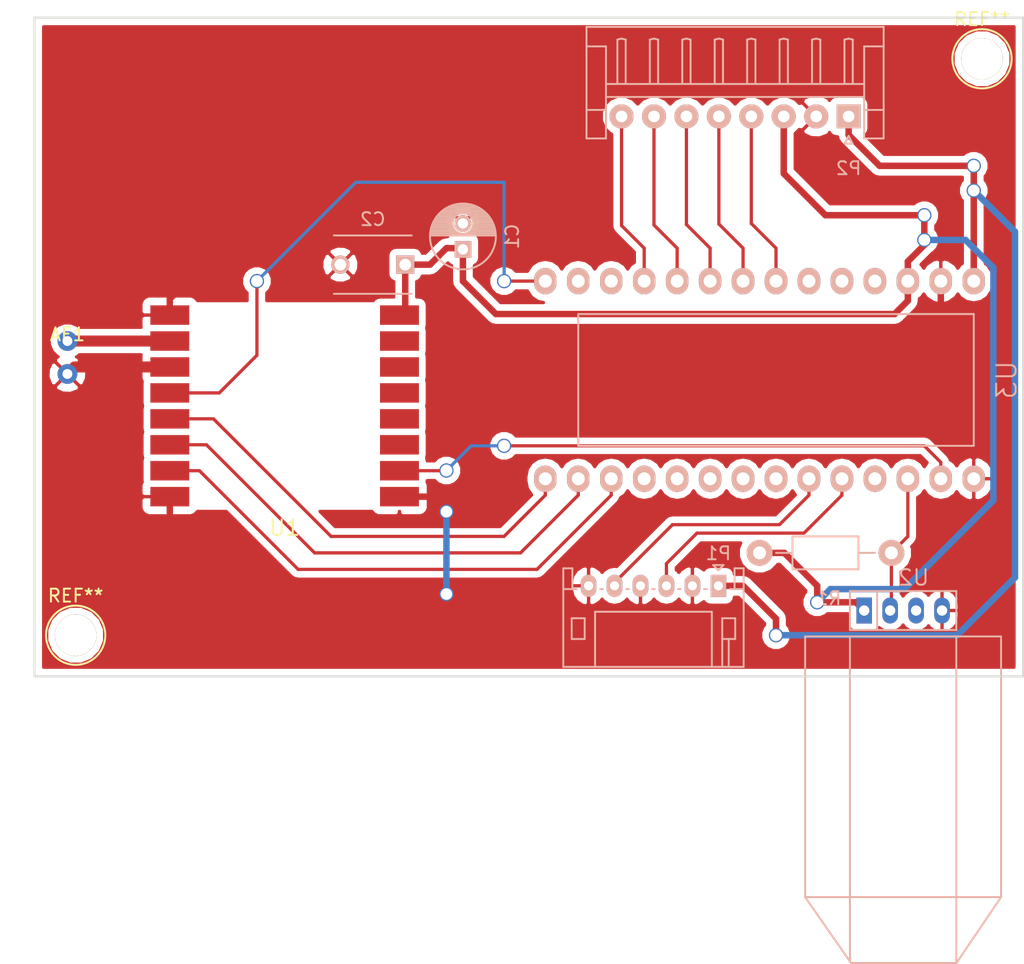
<source format=kicad_pcb>
(kicad_pcb (version 4) (host pcbnew 4.0.3-stable)

  (general
    (links 36)
    (no_connects 0)
    (area 22.468571 23.717 102.005 98.773001)
    (thickness 1.6)
    (drawings 4)
    (tracks 123)
    (zones 0)
    (modules 11)
    (nets 18)
  )

  (page A4)
  (layers
    (0 F.Cu signal)
    (31 B.Cu signal)
    (32 B.Adhes user)
    (33 F.Adhes user)
    (34 B.Paste user)
    (35 F.Paste user)
    (36 B.SilkS user)
    (37 F.SilkS user)
    (38 B.Mask user)
    (39 F.Mask user)
    (40 Dwgs.User user)
    (41 Cmts.User user)
    (42 Eco1.User user)
    (43 Eco2.User user)
    (44 Edge.Cuts user)
    (45 Margin user)
    (46 B.CrtYd user)
    (47 F.CrtYd user)
    (48 B.Fab user)
    (49 F.Fab user)
  )

  (setup
    (last_trace_width 0.25)
    (trace_clearance 0.4)
    (zone_clearance 0.508)
    (zone_45_only yes)
    (trace_min 0.2)
    (segment_width 0.2)
    (edge_width 0.15)
    (via_size 1.1)
    (via_drill 0.9)
    (via_min_size 0.4)
    (via_min_drill 0.3)
    (uvia_size 0.3)
    (uvia_drill 0.1)
    (uvias_allowed no)
    (uvia_min_size 0.2)
    (uvia_min_drill 0.1)
    (pcb_text_width 0.3)
    (pcb_text_size 1.5 1.5)
    (mod_edge_width 0.15)
    (mod_text_size 1 1)
    (mod_text_width 0.15)
    (pad_size 3.2 3.2)
    (pad_drill 3.175)
    (pad_to_mask_clearance 0.2)
    (aux_axis_origin 0 0)
    (visible_elements FFFFFF7F)
    (pcbplotparams
      (layerselection 0x00030_80000001)
      (usegerberextensions false)
      (excludeedgelayer true)
      (linewidth 0.100000)
      (plotframeref false)
      (viasonmask false)
      (mode 1)
      (useauxorigin false)
      (hpglpennumber 1)
      (hpglpenspeed 20)
      (hpglpendiameter 15)
      (hpglpenoverlay 2)
      (psnegative false)
      (psa4output false)
      (plotreference true)
      (plotvalue true)
      (plotinvisibletext false)
      (padsonsilk false)
      (subtractmaskfromsilk false)
      (outputformat 1)
      (mirror false)
      (drillshape 0)
      (scaleselection 1)
      (outputdirectory fab_outputs.nogit/))
  )

  (net 0 "")
  (net 1 +3V3)
  (net 2 GND)
  (net 3 "Net-(R1-Pad2)")
  (net 4 "Net-(U1-Pad2)")
  (net 5 "Net-(U1-Pad12)")
  (net 6 "Net-(U1-Pad13)")
  (net 7 "Net-(U1-Pad14)")
  (net 8 "Net-(U1-Pad15)")
  (net 9 "Net-(AE1-Pad1)")
  (net 10 +5V)
  (net 11 "Net-(P1-Pad3)")
  (net 12 "Net-(P1-Pad5)")
  (net 13 "Net-(P2-Pad4)")
  (net 14 "Net-(P2-Pad5)")
  (net 15 "Net-(P2-Pad6)")
  (net 16 "Net-(P2-Pad7)")
  (net 17 "Net-(P2-Pad8)")

  (net_class Default "This is the default net class."
    (clearance 0.4)
    (trace_width 0.25)
    (via_dia 1.1)
    (via_drill 0.9)
    (uvia_dia 0.3)
    (uvia_drill 0.1)
    (add_net "Net-(P1-Pad3)")
    (add_net "Net-(P1-Pad5)")
    (add_net "Net-(P2-Pad4)")
    (add_net "Net-(P2-Pad5)")
    (add_net "Net-(P2-Pad6)")
    (add_net "Net-(P2-Pad7)")
    (add_net "Net-(P2-Pad8)")
    (add_net "Net-(R1-Pad2)")
    (add_net "Net-(U1-Pad12)")
    (add_net "Net-(U1-Pad13)")
    (add_net "Net-(U1-Pad14)")
    (add_net "Net-(U1-Pad15)")
    (add_net "Net-(U1-Pad2)")
  )

  (net_class 3.3v ""
    (clearance 0.2)
    (trace_width 0.5)
    (via_dia 1.1)
    (via_drill 0.9)
    (uvia_dia 0.3)
    (uvia_drill 0.1)
    (add_net +3V3)
  )

  (net_class 5v ""
    (clearance 0.4)
    (trace_width 0.5)
    (via_dia 1.1)
    (via_drill 0.9)
    (uvia_dia 0.3)
    (uvia_drill 0.1)
    (add_net +5V)
  )

  (net_class ant ""
    (clearance 0.4)
    (trace_width 0.85)
    (via_dia 1.1)
    (via_drill 0.9)
    (uvia_dia 0.3)
    (uvia_drill 0.1)
    (add_net "Net-(AE1-Pad1)")
  )

  (net_class gnd ""
    (clearance 0.2)
    (trace_width 0.5)
    (via_dia 1.1)
    (via_drill 0.9)
    (uvia_dia 0.3)
    (uvia_drill 0.1)
    (add_net GND)
  )

  (module Connect:1pin (layer F.Cu) (tedit 57CB01C0) (tstamp 57CB06AA)
    (at 28.575 73.025)
    (descr "module 1 pin (ou trou mecanique de percage)")
    (tags DEV)
    (fp_text reference REF** (at 0 -3.048) (layer F.SilkS)
      (effects (font (size 1 1) (thickness 0.15)))
    )
    (fp_text value 1pin (at 0 2.794) (layer F.Fab)
      (effects (font (size 1 1) (thickness 0.15)))
    )
    (fp_circle (center 0 0) (end 0 -2.286) (layer F.SilkS) (width 0.15))
    (pad 1 thru_hole circle (at 0 0) (size 3.2 3.2) (drill 3.175) (layers *.Cu *.Mask F.SilkS))
  )

  (module t_footprints:ant_915_dipole_conn (layer F.Cu) (tedit 57CA244E) (tstamp 57CA2D0B)
    (at 27.94 52.88)
    (descr "module 1 pin (ou trou mecanique de percage)")
    (tags DEV)
    (path /57CA267D)
    (fp_text reference AE1 (at 0 -3.048) (layer F.SilkS)
      (effects (font (size 1 1) (thickness 0.15)))
    )
    (fp_text value ANTENNA_915 (at 0 2.794) (layer F.Fab)
      (effects (font (size 1 1) (thickness 0.15)))
    )
    (pad 1 thru_hole circle (at 0 -2.54) (size 1.524 1.524) (drill 0.762) (layers *.Cu *.Mask)
      (net 9 "Net-(AE1-Pad1)"))
    (pad 2 thru_hole circle (at 0 0) (size 1.524 1.524) (drill 0.762) (layers *.Cu *.Mask)
      (net 2 GND))
  )

  (module t_footprints:C_Radial_D5_L12.5_P2 (layer B.Cu) (tedit 0) (tstamp 57CA2D32)
    (at 58.42 43.275 90)
    (descr "Radial Electrolytic Capacitor 5mm x Length 12.5mm, Pitch 2mm")
    (tags "Electrolytic Capacitor")
    (path /57B74E8C)
    (fp_text reference C1 (at 1 3.8 90) (layer B.SilkS)
      (effects (font (size 1 1) (thickness 0.15)) (justify mirror))
    )
    (fp_text value 10uF/16V (at 1 -3.8 90) (layer B.Fab)
      (effects (font (size 1 1) (thickness 0.15)) (justify mirror))
    )
    (fp_line (start 1.075 2.499) (end 1.075 -2.499) (layer B.SilkS) (width 0.15))
    (fp_line (start 1.215 2.491) (end 1.215 0.154) (layer B.SilkS) (width 0.15))
    (fp_line (start 1.215 -0.154) (end 1.215 -2.491) (layer B.SilkS) (width 0.15))
    (fp_line (start 1.355 2.475) (end 1.355 0.473) (layer B.SilkS) (width 0.15))
    (fp_line (start 1.355 -0.473) (end 1.355 -2.475) (layer B.SilkS) (width 0.15))
    (fp_line (start 1.495 2.451) (end 1.495 0.62) (layer B.SilkS) (width 0.15))
    (fp_line (start 1.495 -0.62) (end 1.495 -2.451) (layer B.SilkS) (width 0.15))
    (fp_line (start 1.635 2.418) (end 1.635 0.712) (layer B.SilkS) (width 0.15))
    (fp_line (start 1.635 -0.712) (end 1.635 -2.418) (layer B.SilkS) (width 0.15))
    (fp_line (start 1.775 2.377) (end 1.775 0.768) (layer B.SilkS) (width 0.15))
    (fp_line (start 1.775 -0.768) (end 1.775 -2.377) (layer B.SilkS) (width 0.15))
    (fp_line (start 1.915 2.327) (end 1.915 0.795) (layer B.SilkS) (width 0.15))
    (fp_line (start 1.915 -0.795) (end 1.915 -2.327) (layer B.SilkS) (width 0.15))
    (fp_line (start 2.055 2.266) (end 2.055 0.798) (layer B.SilkS) (width 0.15))
    (fp_line (start 2.055 -0.798) (end 2.055 -2.266) (layer B.SilkS) (width 0.15))
    (fp_line (start 2.195 2.196) (end 2.195 0.776) (layer B.SilkS) (width 0.15))
    (fp_line (start 2.195 -0.776) (end 2.195 -2.196) (layer B.SilkS) (width 0.15))
    (fp_line (start 2.335 2.114) (end 2.335 0.726) (layer B.SilkS) (width 0.15))
    (fp_line (start 2.335 -0.726) (end 2.335 -2.114) (layer B.SilkS) (width 0.15))
    (fp_line (start 2.475 2.019) (end 2.475 0.644) (layer B.SilkS) (width 0.15))
    (fp_line (start 2.475 -0.644) (end 2.475 -2.019) (layer B.SilkS) (width 0.15))
    (fp_line (start 2.615 1.908) (end 2.615 0.512) (layer B.SilkS) (width 0.15))
    (fp_line (start 2.615 -0.512) (end 2.615 -1.908) (layer B.SilkS) (width 0.15))
    (fp_line (start 2.755 1.78) (end 2.755 0.265) (layer B.SilkS) (width 0.15))
    (fp_line (start 2.755 -0.265) (end 2.755 -1.78) (layer B.SilkS) (width 0.15))
    (fp_line (start 2.895 1.631) (end 2.895 -1.631) (layer B.SilkS) (width 0.15))
    (fp_line (start 3.035 1.452) (end 3.035 -1.452) (layer B.SilkS) (width 0.15))
    (fp_line (start 3.175 1.233) (end 3.175 -1.233) (layer B.SilkS) (width 0.15))
    (fp_line (start 3.315 0.944) (end 3.315 -0.944) (layer B.SilkS) (width 0.15))
    (fp_line (start 3.455 0.472) (end 3.455 -0.472) (layer B.SilkS) (width 0.15))
    (fp_circle (center 2 0) (end 2 0.8) (layer B.SilkS) (width 0.15))
    (fp_circle (center 1 0) (end 1 2.5375) (layer B.SilkS) (width 0.15))
    (fp_circle (center 1 0) (end 1 2.8) (layer B.CrtYd) (width 0.05))
    (pad 1 thru_hole rect (at 0 0 90) (size 1.3 1.3) (drill 0.8) (layers *.Cu *.Mask B.SilkS)
      (net 1 +3V3))
    (pad 2 thru_hole circle (at 2 0 90) (size 1.3 1.3) (drill 0.8) (layers *.Cu *.Mask B.SilkS)
      (net 2 GND))
  )

  (module Capacitors_ThroughHole:C_Disc_D6_P5 (layer B.Cu) (tedit 0) (tstamp 57CA2D3E)
    (at 53.975 44.45 180)
    (descr "Capacitor 6mm Disc, Pitch 5mm")
    (tags Capacitor)
    (path /57B74F62)
    (fp_text reference C2 (at 2.5 3.5 180) (layer B.SilkS)
      (effects (font (size 1 1) (thickness 0.15)) (justify mirror))
    )
    (fp_text value 0.1uF/50V (at 1.905 -3.175 180) (layer B.Fab)
      (effects (font (size 1 1) (thickness 0.15)) (justify mirror))
    )
    (fp_line (start -0.95 2.5) (end 5.95 2.5) (layer B.CrtYd) (width 0.05))
    (fp_line (start 5.95 2.5) (end 5.95 -2.5) (layer B.CrtYd) (width 0.05))
    (fp_line (start 5.95 -2.5) (end -0.95 -2.5) (layer B.CrtYd) (width 0.05))
    (fp_line (start -0.95 -2.5) (end -0.95 2.5) (layer B.CrtYd) (width 0.05))
    (fp_line (start -0.5 2.25) (end 5.5 2.25) (layer B.SilkS) (width 0.15))
    (fp_line (start 5.5 -2.25) (end -0.5 -2.25) (layer B.SilkS) (width 0.15))
    (pad 1 thru_hole rect (at 0 0 180) (size 1.4 1.4) (drill 0.9) (layers *.Cu *.Mask B.SilkS)
      (net 1 +3V3))
    (pad 2 thru_hole circle (at 5 0 180) (size 1.4 1.4) (drill 0.9) (layers *.Cu *.Mask B.SilkS)
      (net 2 GND))
    (model Capacitors_ThroughHole.3dshapes/C_Disc_D6_P5.wrl
      (at (xyz 0.0984252 0 0))
      (scale (xyz 1 1 1))
      (rotate (xyz 0 0 0))
    )
  )

  (module Resistors_ThroughHole:Resistor_Horizontal_RM10mm (layer B.Cu) (tedit 56648415) (tstamp 57CA2D4E)
    (at 81.28 66.675)
    (descr "Resistor, Axial,  RM 10mm, 1/3W")
    (tags "Resistor Axial RM 10mm 1/3W")
    (path /57B76700)
    (fp_text reference R1 (at 5.32892 3.50012) (layer B.SilkS)
      (effects (font (size 1 1) (thickness 0.15)) (justify mirror))
    )
    (fp_text value 4.75K (at 5.08 -3.81) (layer B.Fab)
      (effects (font (size 1 1) (thickness 0.15)) (justify mirror))
    )
    (fp_line (start -1.25 1.5) (end 11.4 1.5) (layer B.CrtYd) (width 0.05))
    (fp_line (start -1.25 -1.5) (end -1.25 1.5) (layer B.CrtYd) (width 0.05))
    (fp_line (start 11.4 1.5) (end 11.4 -1.5) (layer B.CrtYd) (width 0.05))
    (fp_line (start -1.25 -1.5) (end 11.4 -1.5) (layer B.CrtYd) (width 0.05))
    (fp_line (start 2.54 1.27) (end 7.62 1.27) (layer B.SilkS) (width 0.15))
    (fp_line (start 7.62 1.27) (end 7.62 -1.27) (layer B.SilkS) (width 0.15))
    (fp_line (start 7.62 -1.27) (end 2.54 -1.27) (layer B.SilkS) (width 0.15))
    (fp_line (start 2.54 -1.27) (end 2.54 1.27) (layer B.SilkS) (width 0.15))
    (fp_line (start 2.54 0) (end 1.27 0) (layer B.SilkS) (width 0.15))
    (fp_line (start 7.62 0) (end 8.89 0) (layer B.SilkS) (width 0.15))
    (pad 1 thru_hole circle (at 0 0) (size 1.99898 1.99898) (drill 1.00076) (layers *.Cu *.SilkS *.Mask)
      (net 1 +3V3))
    (pad 2 thru_hole circle (at 10.16 0) (size 1.99898 1.99898) (drill 1.00076) (layers *.Cu *.SilkS *.Mask)
      (net 3 "Net-(R1-Pad2)"))
    (model Resistors_ThroughHole.3dshapes/Resistor_Horizontal_RM10mm.wrl
      (at (xyz 0.2 0 0))
      (scale (xyz 0.4 0.4 0.4))
      (rotate (xyz 0 0 0))
    )
  )

  (module t_footprints:RFM69W (layer F.Cu) (tedit 57B263F5) (tstamp 57CA2D66)
    (at 53.53 62.34 90)
    (path /57B74DEB)
    (fp_text reference U1 (at -2.4 -8.85 180) (layer F.SilkS)
      (effects (font (size 1.2 1.2) (thickness 0.15)))
    )
    (fp_text value RFM69W (at 7 -8.85 90) (layer F.Fab)
      (effects (font (size 1.2 1.2) (thickness 0.15)))
    )
    (fp_line (start -1 1) (end 15 1) (layer F.Fab) (width 0.15))
    (fp_line (start 15 1) (end 15 -18.7) (layer F.Fab) (width 0.15))
    (fp_line (start -1 1) (end -1 -18.7) (layer F.Fab) (width 0.15))
    (fp_line (start -1 -18.7) (end 15 -18.7) (layer F.Fab) (width 0.15))
    (pad 1 smd rect (at 0 0 90) (size 1.5 3) (layers F.Cu F.Paste F.Mask)
      (net 2 GND))
    (pad 2 smd rect (at 2 0 90) (size 1.5 3) (layers F.Cu F.Paste F.Mask)
      (net 4 "Net-(U1-Pad2)"))
    (pad 3 smd rect (at 4 0 90) (size 1.5 3) (layers F.Cu F.Paste F.Mask))
    (pad 4 smd rect (at 6 0 90) (size 1.5 3) (layers F.Cu F.Paste F.Mask))
    (pad 5 smd rect (at 8 0 90) (size 1.5 3) (layers F.Cu F.Paste F.Mask))
    (pad 6 smd rect (at 10 0 90) (size 1.5 3) (layers F.Cu F.Paste F.Mask))
    (pad 7 smd rect (at 12 0 90) (size 1.5 3) (layers F.Cu F.Paste F.Mask))
    (pad 8 smd rect (at 14 0 90) (size 1.5 3) (layers F.Cu F.Paste F.Mask)
      (net 1 +3V3))
    (pad 9 smd rect (at 14 -17.7 90) (size 1.5 3) (layers F.Cu F.Paste F.Mask)
      (net 2 GND))
    (pad 10 smd rect (at 12 -17.7 90) (size 1.5 3) (layers F.Cu F.Paste F.Mask)
      (net 9 "Net-(AE1-Pad1)"))
    (pad 11 smd rect (at 10 -17.7 90) (size 1.5 3) (layers F.Cu F.Paste F.Mask)
      (net 2 GND))
    (pad 12 smd rect (at 8 -17.7 90) (size 1.5 3) (layers F.Cu F.Paste F.Mask)
      (net 5 "Net-(U1-Pad12)"))
    (pad 13 smd rect (at 6 -17.7 90) (size 1.5 3) (layers F.Cu F.Paste F.Mask)
      (net 6 "Net-(U1-Pad13)"))
    (pad 14 smd rect (at 4 -17.7 90) (size 1.5 3) (layers F.Cu F.Paste F.Mask)
      (net 7 "Net-(U1-Pad14)"))
    (pad 15 smd rect (at 2 -17.7 90) (size 1.5 3) (layers F.Cu F.Paste F.Mask)
      (net 8 "Net-(U1-Pad15)"))
    (pad 16 smd rect (at 0 -17.7 90) (size 1.5 3) (layers F.Cu F.Paste F.Mask)
      (net 2 GND))
  )

  (module t_footprints:DHT22 (layer B.Cu) (tedit 57B129C2) (tstamp 57CA2D7D)
    (at 89.345 71.12)
    (path /57B766BB)
    (fp_text reference U2 (at 3.81 -2.54) (layer B.SilkS)
      (effects (font (size 1.2 1.2) (thickness 0.15)) (justify mirror))
    )
    (fp_text value DHT22 (at 3.556 -4.064) (layer B.Fab)
      (effects (font (size 1.2 1.2) (thickness 0.15)) (justify mirror))
    )
    (fp_line (start 7.112 27.178) (end 10.55 22.098) (layer B.SilkS) (width 0.15))
    (fp_line (start -1.016 27.178) (end 7.112 27.178) (layer B.SilkS) (width 0.15))
    (fp_line (start -4.55 22.098) (end -1.016 27.178) (layer B.SilkS) (width 0.15))
    (fp_line (start -4.55 2) (end -4.55 22) (layer B.SilkS) (width 0.15))
    (fp_line (start -4.55 2) (end 10.55 2) (layer B.SilkS) (width 0.15))
    (fp_line (start -1.1 1.5) (end 7.1 1.5) (layer B.SilkS) (width 0.15))
    (fp_line (start 7.1 1.5) (end 7.1 -1.5) (layer B.SilkS) (width 0.15))
    (fp_line (start 7.1 -1.5) (end -1.1 -1.5) (layer B.SilkS) (width 0.15))
    (fp_line (start -1.1 -1.5) (end -1.1 1.5) (layer B.SilkS) (width 0.15))
    (fp_line (start 1 1.5) (end 1 -1.5) (layer B.SilkS) (width 0.15))
    (fp_line (start -1.1 2) (end -1.1 27.1) (layer B.SilkS) (width 0.15))
    (fp_line (start 10.55 2.098) (end 10.55 22.098) (layer B.SilkS) (width 0.15))
    (fp_line (start 7.1 2) (end 7.1 27.1) (layer B.SilkS) (width 0.15))
    (fp_line (start -4.55 22.098) (end 10.55 22.098) (layer B.SilkS) (width 0.15))
    (pad 1 thru_hole rect (at 0 0) (size 1.2 2) (drill 0.8) (layers *.Cu *.Mask)
      (net 1 +3V3))
    (pad 2 thru_hole oval (at 2 0) (size 1.2 2) (drill 0.8) (layers *.Cu *.Mask)
      (net 3 "Net-(R1-Pad2)"))
    (pad 3 thru_hole oval (at 4 0) (size 1.2 2) (drill 0.8) (layers *.Cu *.Mask))
    (pad 4 thru_hole oval (at 6 0) (size 1.2 2) (drill 0.8) (layers *.Cu *.Mask)
      (net 2 GND))
    (pad "" np_thru_hole circle (at 3 24.638) (size 3.175 3.175) (drill 3.175) (layers *.Cu *.Mask))
  )

  (module t_footprints:Teensy-3.2 (layer B.Cu) (tedit 5506D470) (tstamp 57CA2DA1)
    (at 95.25 60.96 180)
    (path /57B74D49)
    (fp_text reference U3 (at -5.08 7.62 450) (layer B.SilkS)
      (effects (font (size 1.5 1.5) (thickness 0.15)) (justify mirror))
    )
    (fp_text value TEENSY-LC (at 5.08 10.16 180) (layer B.Fab)
      (effects (font (size 1.5 1.5) (thickness 0.15)) (justify mirror))
    )
    (fp_line (start -2.54 12.7) (end 27.94 12.7) (layer B.SilkS) (width 0.15))
    (fp_line (start 27.94 12.7) (end 27.94 2.54) (layer B.SilkS) (width 0.15))
    (fp_line (start 27.94 2.54) (end -2.54 2.54) (layer B.SilkS) (width 0.15))
    (fp_line (start -2.54 2.54) (end -2.54 12.7) (layer B.SilkS) (width 0.15))
    (pad 0 thru_hole oval (at 0 0 180) (size 1.7272 2.032) (drill 1) (layers *.Cu *.Mask B.SilkS)
      (net 4 "Net-(U1-Pad2)"))
    (pad 1 thru_hole oval (at 2.54 0 180) (size 1.7272 2.032) (drill 1) (layers *.Cu *.Mask B.SilkS)
      (net 3 "Net-(R1-Pad2)"))
    (pad 2 thru_hole oval (at 5.08 0 180) (size 1.7272 2.032) (drill 1) (layers *.Cu *.Mask B.SilkS))
    (pad 3 thru_hole oval (at 7.62 0 180) (size 1.7272 2.032) (drill 1) (layers *.Cu *.Mask B.SilkS)
      (net 11 "Net-(P1-Pad3)"))
    (pad 4 thru_hole oval (at 10.16 0 180) (size 1.7272 2.032) (drill 1) (layers *.Cu *.Mask B.SilkS)
      (net 12 "Net-(P1-Pad5)"))
    (pad 5 thru_hole oval (at 12.7 0 180) (size 1.7272 2.032) (drill 1) (layers *.Cu *.Mask B.SilkS))
    (pad 6 thru_hole oval (at 15.24 0 180) (size 1.7272 2.032) (drill 1) (layers *.Cu *.Mask B.SilkS))
    (pad 7 thru_hole oval (at 17.78 0 180) (size 1.7272 2.032) (drill 1) (layers *.Cu *.Mask B.SilkS))
    (pad 8 thru_hole oval (at 20.32 0 180) (size 1.7272 2.032) (drill 1) (layers *.Cu *.Mask B.SilkS))
    (pad 9 thru_hole oval (at 22.86 0 180) (size 1.7272 2.032) (drill 1) (layers *.Cu *.Mask B.SilkS))
    (pad 10 thru_hole oval (at 25.4 0 180) (size 1.7272 2.032) (drill 1) (layers *.Cu *.Mask B.SilkS)
      (net 8 "Net-(U1-Pad15)"))
    (pad 11 thru_hole oval (at 27.94 0 180) (size 1.7272 2.032) (drill 1) (layers *.Cu *.Mask B.SilkS)
      (net 7 "Net-(U1-Pad14)"))
    (pad 12 thru_hole oval (at 30.48 0 180) (size 1.7272 2.032) (drill 1) (layers *.Cu *.Mask B.SilkS)
      (net 6 "Net-(U1-Pad13)"))
    (pad 13 thru_hole oval (at 30.48 15.24 180) (size 1.7272 2.032) (drill 1) (layers *.Cu *.Mask B.SilkS)
      (net 5 "Net-(U1-Pad12)"))
    (pad 14 thru_hole oval (at 27.94 15.24 180) (size 1.7272 2.032) (drill 1) (layers *.Cu *.Mask B.SilkS))
    (pad 15 thru_hole oval (at 25.4 15.24 180) (size 1.7272 2.032) (drill 1) (layers *.Cu *.Mask B.SilkS))
    (pad 16 thru_hole oval (at 22.86 15.24 180) (size 1.7272 2.032) (drill 1) (layers *.Cu *.Mask B.SilkS)
      (net 17 "Net-(P2-Pad8)"))
    (pad 17 thru_hole oval (at 20.32 15.24 180) (size 1.7272 2.032) (drill 1) (layers *.Cu *.Mask B.SilkS)
      (net 16 "Net-(P2-Pad7)"))
    (pad 18 thru_hole oval (at 17.78 15.24 180) (size 1.7272 2.032) (drill 1) (layers *.Cu *.Mask B.SilkS)
      (net 15 "Net-(P2-Pad6)"))
    (pad 19 thru_hole oval (at 15.24 15.24 180) (size 1.7272 2.032) (drill 1) (layers *.Cu *.Mask B.SilkS)
      (net 14 "Net-(P2-Pad5)"))
    (pad 20 thru_hole oval (at 12.7 15.24 180) (size 1.7272 2.032) (drill 1) (layers *.Cu *.Mask B.SilkS)
      (net 13 "Net-(P2-Pad4)"))
    (pad 21 thru_hole oval (at 10.16 15.24 180) (size 1.7272 2.032) (drill 1) (layers *.Cu *.Mask B.SilkS))
    (pad 22 thru_hole oval (at 7.62 15.24 180) (size 1.7272 2.032) (drill 1) (layers *.Cu *.Mask B.SilkS))
    (pad 23 thru_hole oval (at 5.08 15.24 180) (size 1.7272 2.032) (drill 1) (layers *.Cu *.Mask B.SilkS))
    (pad 24 thru_hole oval (at 2.54 15.24 180) (size 1.7272 2.032) (drill 1) (layers *.Cu *.Mask B.SilkS)
      (net 1 +3V3))
    (pad 25 thru_hole oval (at 0 15.24 180) (size 1.7272 2.032) (drill 1) (layers *.Cu *.Mask B.SilkS)
      (net 2 GND))
    (pad 26 thru_hole oval (at -2.54 15.24 180) (size 1.7272 2.032) (drill 1) (layers *.Cu *.Mask B.SilkS)
      (net 10 +5V))
    (pad 27 thru_hole oval (at -2.54 0 180) (size 1.7272 2.032) (drill 1) (layers *.Cu *.Mask B.SilkS)
      (net 2 GND))
  )

  (module t_footprints:JST_PH_RIGHT_6pin (layer B.Cu) (tedit 0) (tstamp 57CA3FF5)
    (at 78.105 69.215 180)
    (descr "JST PH Series 6 Positions Shrouded Connector pitch-2mm ThroughHole Right Angle Tin")
    (tags "connector jst ph")
    (path /57CB3518)
    (fp_text reference P1 (at 0 2.5 180) (layer B.SilkS)
      (effects (font (size 1 1) (thickness 0.15)) (justify mirror))
    )
    (fp_text value tstat_ui_conn (at 5 -7.5 180) (layer B.Fab)
      (effects (font (size 1 1) (thickness 0.15)) (justify mirror))
    )
    (fp_line (start 0.5 -6.25) (end 0.5 -2) (layer B.SilkS) (width 0.15))
    (fp_line (start 0.5 -2) (end 9.5 -2) (layer B.SilkS) (width 0.15))
    (fp_line (start 9.5 -2) (end 9.5 -6.25) (layer B.SilkS) (width 0.15))
    (fp_line (start -0.9 -0.25) (end -1.25 -0.25) (layer B.SilkS) (width 0.15))
    (fp_line (start -1.25 -0.25) (end -1.25 1.35) (layer B.SilkS) (width 0.15))
    (fp_line (start -1.25 1.35) (end -1.95 1.35) (layer B.SilkS) (width 0.15))
    (fp_line (start -1.95 1.35) (end -1.95 -6.25) (layer B.SilkS) (width 0.15))
    (fp_line (start -1.95 -6.25) (end 11.95 -6.25) (layer B.SilkS) (width 0.15))
    (fp_line (start 11.95 -6.25) (end 11.95 1.35) (layer B.SilkS) (width 0.15))
    (fp_line (start 11.95 1.35) (end 11.25 1.35) (layer B.SilkS) (width 0.15))
    (fp_line (start 11.25 1.35) (end 11.25 -0.25) (layer B.SilkS) (width 0.15))
    (fp_line (start 11.25 -0.25) (end 10.9 -0.25) (layer B.SilkS) (width 0.15))
    (fp_line (start 0 1.2) (end -0.4 1.6) (layer B.SilkS) (width 0.15))
    (fp_line (start -0.4 1.6) (end 0.4 1.6) (layer B.SilkS) (width 0.15))
    (fp_line (start 0.4 1.6) (end 0 1.2) (layer B.SilkS) (width 0.15))
    (fp_line (start -1.95 -0.25) (end -1.25 -0.25) (layer B.SilkS) (width 0.15))
    (fp_line (start 11.95 -0.25) (end 11.25 -0.25) (layer B.SilkS) (width 0.15))
    (fp_line (start -1.3 -2.5) (end -1.3 -4.1) (layer B.SilkS) (width 0.15))
    (fp_line (start -1.3 -4.1) (end -0.3 -4.1) (layer B.SilkS) (width 0.15))
    (fp_line (start -0.3 -4.1) (end -0.3 -2.5) (layer B.SilkS) (width 0.15))
    (fp_line (start -0.3 -2.5) (end -1.3 -2.5) (layer B.SilkS) (width 0.15))
    (fp_line (start 11.3 -2.5) (end 11.3 -4.1) (layer B.SilkS) (width 0.15))
    (fp_line (start 11.3 -4.1) (end 10.3 -4.1) (layer B.SilkS) (width 0.15))
    (fp_line (start 10.3 -4.1) (end 10.3 -2.5) (layer B.SilkS) (width 0.15))
    (fp_line (start 10.3 -2.5) (end 11.3 -2.5) (layer B.SilkS) (width 0.15))
    (fp_line (start -0.3 -4.1) (end -0.3 -6.25) (layer B.SilkS) (width 0.15))
    (fp_line (start -0.8 -4.1) (end -0.8 -6.25) (layer B.SilkS) (width 0.15))
    (fp_line (start 0.9 -0.25) (end 1.1 -0.25) (layer B.SilkS) (width 0.15))
    (fp_line (start 2.9 -0.25) (end 3.1 -0.25) (layer B.SilkS) (width 0.15))
    (fp_line (start 4.9 -0.25) (end 5.1 -0.25) (layer B.SilkS) (width 0.15))
    (fp_line (start 6.9 -0.25) (end 7.1 -0.25) (layer B.SilkS) (width 0.15))
    (fp_line (start 8.9 -0.25) (end 9.1 -0.25) (layer B.SilkS) (width 0.15))
    (fp_line (start -2.45 -6.75) (end -2.45 1.85) (layer B.CrtYd) (width 0.05))
    (fp_line (start -2.45 1.85) (end 12.45 1.85) (layer B.CrtYd) (width 0.05))
    (fp_line (start 12.45 1.85) (end 12.45 -6.75) (layer B.CrtYd) (width 0.05))
    (fp_line (start 12.45 -6.75) (end -2.45 -6.75) (layer B.CrtYd) (width 0.05))
    (pad 1 thru_hole rect (at 0 0 180) (size 1.2 1.7) (drill 0.7) (layers *.Cu *.Mask B.SilkS)
      (net 10 +5V))
    (pad 2 thru_hole oval (at 2 0 180) (size 1.2 1.7) (drill 0.7) (layers *.Cu *.Mask B.SilkS)
      (net 2 GND))
    (pad 3 thru_hole oval (at 4 0 180) (size 1.2 1.7) (drill 0.7) (layers *.Cu *.Mask B.SilkS)
      (net 11 "Net-(P1-Pad3)"))
    (pad 4 thru_hole oval (at 6 0 180) (size 1.2 1.7) (drill 0.7) (layers *.Cu *.Mask B.SilkS)
      (net 2 GND))
    (pad 5 thru_hole oval (at 8 0 180) (size 1.2 1.7) (drill 0.7) (layers *.Cu *.Mask B.SilkS)
      (net 12 "Net-(P1-Pad5)"))
    (pad 6 thru_hole oval (at 10 0 180) (size 1.2 1.7) (drill 0.7) (layers *.Cu *.Mask B.SilkS)
      (net 2 GND))
  )

  (module t_footprints:JST_EH_RIGHT_8pin (layer B.Cu) (tedit 0) (tstamp 57CA4047)
    (at 88.145 33.02 180)
    (descr "JST EH series connector, S08B-EH, 2.50mm pitch, side entry")
    (tags "connector jst eh side horizontal angled")
    (path /57CA4957)
    (fp_text reference P2 (at 0 -4 180) (layer B.SilkS)
      (effects (font (size 1 1) (thickness 0.15)) (justify mirror))
    )
    (fp_text value tstat_cable_con (at 9.906 8.128 180) (layer B.Fab)
      (effects (font (size 1 1) (thickness 0.15)) (justify mirror))
    )
    (fp_line (start -1.2 0.5) (end -1.2 -1.7) (layer B.SilkS) (width 0.15))
    (fp_line (start -1.2 -1.7) (end -2.7 -1.7) (layer B.SilkS) (width 0.15))
    (fp_line (start -2.7 -1.7) (end -2.7 6.9) (layer B.SilkS) (width 0.15))
    (fp_line (start -2.7 6.9) (end 20.2 6.9) (layer B.SilkS) (width 0.15))
    (fp_line (start 20.2 6.9) (end 20.2 -1.7) (layer B.SilkS) (width 0.15))
    (fp_line (start 20.2 -1.7) (end 18.7 -1.7) (layer B.SilkS) (width 0.15))
    (fp_line (start 18.7 -1.7) (end 18.7 0.5) (layer B.SilkS) (width 0.15))
    (fp_line (start -2.7 5.4) (end -1.2 5.4) (layer B.SilkS) (width 0.15))
    (fp_line (start -1.2 5.4) (end -1.2 0.5) (layer B.SilkS) (width 0.15))
    (fp_line (start -1.2 0.5) (end -2.7 0.5) (layer B.SilkS) (width 0.15))
    (fp_line (start 20.2 5.4) (end 18.7 5.4) (layer B.SilkS) (width 0.15))
    (fp_line (start 18.7 5.4) (end 18.7 0.5) (layer B.SilkS) (width 0.15))
    (fp_line (start 18.7 0.5) (end 20.2 0.5) (layer B.SilkS) (width 0.15))
    (fp_line (start -1.2 2.5) (end 18.7 2.5) (layer B.SilkS) (width 0.15))
    (fp_line (start -1.2 1.5) (end 18.7 1.5) (layer B.SilkS) (width 0.15))
    (fp_line (start 0 2.5) (end -0.32 2.5) (layer B.SilkS) (width 0.15))
    (fp_line (start -0.32 2.5) (end -0.32 5.92) (layer B.SilkS) (width 0.15))
    (fp_line (start -0.32 5.92) (end 0 6) (layer B.SilkS) (width 0.15))
    (fp_line (start 0 6) (end 0.32 5.92) (layer B.SilkS) (width 0.15))
    (fp_line (start 0.32 5.92) (end 0.32 2.5) (layer B.SilkS) (width 0.15))
    (fp_line (start 0.32 2.5) (end 0 2.5) (layer B.SilkS) (width 0.15))
    (fp_line (start 2.5 2.5) (end 2.18 2.5) (layer B.SilkS) (width 0.15))
    (fp_line (start 2.18 2.5) (end 2.18 5.92) (layer B.SilkS) (width 0.15))
    (fp_line (start 2.18 5.92) (end 2.5 6) (layer B.SilkS) (width 0.15))
    (fp_line (start 2.5 6) (end 2.82 5.92) (layer B.SilkS) (width 0.15))
    (fp_line (start 2.82 5.92) (end 2.82 2.5) (layer B.SilkS) (width 0.15))
    (fp_line (start 2.82 2.5) (end 2.5 2.5) (layer B.SilkS) (width 0.15))
    (fp_line (start 5 2.5) (end 4.68 2.5) (layer B.SilkS) (width 0.15))
    (fp_line (start 4.68 2.5) (end 4.68 5.92) (layer B.SilkS) (width 0.15))
    (fp_line (start 4.68 5.92) (end 5 6) (layer B.SilkS) (width 0.15))
    (fp_line (start 5 6) (end 5.32 5.92) (layer B.SilkS) (width 0.15))
    (fp_line (start 5.32 5.92) (end 5.32 2.5) (layer B.SilkS) (width 0.15))
    (fp_line (start 5.32 2.5) (end 5 2.5) (layer B.SilkS) (width 0.15))
    (fp_line (start 7.5 2.5) (end 7.18 2.5) (layer B.SilkS) (width 0.15))
    (fp_line (start 7.18 2.5) (end 7.18 5.92) (layer B.SilkS) (width 0.15))
    (fp_line (start 7.18 5.92) (end 7.5 6) (layer B.SilkS) (width 0.15))
    (fp_line (start 7.5 6) (end 7.82 5.92) (layer B.SilkS) (width 0.15))
    (fp_line (start 7.82 5.92) (end 7.82 2.5) (layer B.SilkS) (width 0.15))
    (fp_line (start 7.82 2.5) (end 7.5 2.5) (layer B.SilkS) (width 0.15))
    (fp_line (start 10 2.5) (end 9.68 2.5) (layer B.SilkS) (width 0.15))
    (fp_line (start 9.68 2.5) (end 9.68 5.92) (layer B.SilkS) (width 0.15))
    (fp_line (start 9.68 5.92) (end 10 6) (layer B.SilkS) (width 0.15))
    (fp_line (start 10 6) (end 10.32 5.92) (layer B.SilkS) (width 0.15))
    (fp_line (start 10.32 5.92) (end 10.32 2.5) (layer B.SilkS) (width 0.15))
    (fp_line (start 10.32 2.5) (end 10 2.5) (layer B.SilkS) (width 0.15))
    (fp_line (start 12.5 2.5) (end 12.18 2.5) (layer B.SilkS) (width 0.15))
    (fp_line (start 12.18 2.5) (end 12.18 5.92) (layer B.SilkS) (width 0.15))
    (fp_line (start 12.18 5.92) (end 12.5 6) (layer B.SilkS) (width 0.15))
    (fp_line (start 12.5 6) (end 12.82 5.92) (layer B.SilkS) (width 0.15))
    (fp_line (start 12.82 5.92) (end 12.82 2.5) (layer B.SilkS) (width 0.15))
    (fp_line (start 12.82 2.5) (end 12.5 2.5) (layer B.SilkS) (width 0.15))
    (fp_line (start 15 2.5) (end 14.68 2.5) (layer B.SilkS) (width 0.15))
    (fp_line (start 14.68 2.5) (end 14.68 5.92) (layer B.SilkS) (width 0.15))
    (fp_line (start 14.68 5.92) (end 15 6) (layer B.SilkS) (width 0.15))
    (fp_line (start 15 6) (end 15.32 5.92) (layer B.SilkS) (width 0.15))
    (fp_line (start 15.32 5.92) (end 15.32 2.5) (layer B.SilkS) (width 0.15))
    (fp_line (start 15.32 2.5) (end 15 2.5) (layer B.SilkS) (width 0.15))
    (fp_line (start 17.5 2.5) (end 17.18 2.5) (layer B.SilkS) (width 0.15))
    (fp_line (start 17.18 2.5) (end 17.18 5.92) (layer B.SilkS) (width 0.15))
    (fp_line (start 17.18 5.92) (end 17.5 6) (layer B.SilkS) (width 0.15))
    (fp_line (start 17.5 6) (end 17.82 5.92) (layer B.SilkS) (width 0.15))
    (fp_line (start 17.82 5.92) (end 17.82 2.5) (layer B.SilkS) (width 0.15))
    (fp_line (start 17.82 2.5) (end 17.5 2.5) (layer B.SilkS) (width 0.15))
    (fp_line (start 0 -1.5) (end -0.3 -2.1) (layer B.SilkS) (width 0.15))
    (fp_line (start -0.3 -2.1) (end 0.3 -2.1) (layer B.SilkS) (width 0.15))
    (fp_line (start 0.3 -2.1) (end 0 -1.5) (layer B.SilkS) (width 0.15))
    (fp_line (start -3.2 7.4) (end -3.2 -2.2) (layer B.CrtYd) (width 0.05))
    (fp_line (start -3.2 -2.2) (end 20.7 -2.2) (layer B.CrtYd) (width 0.05))
    (fp_line (start 20.7 -2.2) (end 20.7 7.4) (layer B.CrtYd) (width 0.05))
    (fp_line (start 20.7 7.4) (end -3.2 7.4) (layer B.CrtYd) (width 0.05))
    (pad 1 thru_hole rect (at 0 0 180) (size 1.85 1.85) (drill 0.9) (layers *.Cu *.Mask B.SilkS)
      (net 10 +5V))
    (pad 2 thru_hole circle (at 2.5 0 180) (size 1.85 1.85) (drill 0.9) (layers *.Cu *.Mask B.SilkS)
      (net 2 GND))
    (pad 3 thru_hole circle (at 5 0 180) (size 1.85 1.85) (drill 0.9) (layers *.Cu *.Mask B.SilkS)
      (net 1 +3V3))
    (pad 4 thru_hole circle (at 7.5 0 180) (size 1.85 1.85) (drill 0.9) (layers *.Cu *.Mask B.SilkS)
      (net 13 "Net-(P2-Pad4)"))
    (pad 5 thru_hole circle (at 10 0 180) (size 1.85 1.85) (drill 0.9) (layers *.Cu *.Mask B.SilkS)
      (net 14 "Net-(P2-Pad5)"))
    (pad 6 thru_hole circle (at 12.5 0 180) (size 1.85 1.85) (drill 0.9) (layers *.Cu *.Mask B.SilkS)
      (net 15 "Net-(P2-Pad6)"))
    (pad 7 thru_hole circle (at 15 0 180) (size 1.85 1.85) (drill 0.9) (layers *.Cu *.Mask B.SilkS)
      (net 16 "Net-(P2-Pad7)"))
    (pad 8 thru_hole circle (at 17.5 0 180) (size 1.85 1.85) (drill 0.9) (layers *.Cu *.Mask B.SilkS)
      (net 17 "Net-(P2-Pad8)"))
  )

  (module Connect:1pin (layer F.Cu) (tedit 57CB01C0) (tstamp 57CB0675)
    (at 98.425 28.575)
    (descr "module 1 pin (ou trou mecanique de percage)")
    (tags DEV)
    (fp_text reference REF** (at 0 -3.048) (layer F.SilkS)
      (effects (font (size 1 1) (thickness 0.15)))
    )
    (fp_text value 1pin (at 0 2.794) (layer F.Fab)
      (effects (font (size 1 1) (thickness 0.15)))
    )
    (fp_circle (center 0 0) (end 0 -2.286) (layer F.SilkS) (width 0.15))
    (pad 1 thru_hole circle (at 0 0) (size 3.2 3.2) (drill 3.175) (layers *.Cu *.Mask F.SilkS))
  )

  (gr_line (start 101.6 25.4) (end 25.4 25.4) (layer Edge.Cuts) (width 0.15))
  (gr_line (start 101.6 76.2) (end 101.6 25.4) (layer Edge.Cuts) (width 0.15))
  (gr_line (start 25.4 76.2) (end 101.6 76.2) (layer Edge.Cuts) (width 0.15))
  (gr_line (start 25.4 25.4) (end 25.4 76.2) (layer Edge.Cuts) (width 0.15))

  (segment (start 83.145 37.425) (end 86.36 40.64) (width 0.5) (layer F.Cu) (net 1))
  (segment (start 83.145 33.02) (end 83.145 37.425) (width 0.5) (layer F.Cu) (net 1))
  (segment (start 93.98 40.64) (end 86.36 40.64) (width 0.5) (layer F.Cu) (net 1))
  (segment (start 81.28 66.675) (end 83.185 66.675) (width 0.5) (layer F.Cu) (net 1))
  (segment (start 83.185 66.675) (end 85.725 69.215) (width 0.5) (layer F.Cu) (net 1))
  (segment (start 85.725 69.215) (end 85.725 70.485) (width 0.5) (layer F.Cu) (net 1))
  (segment (start 99.30361 44.69361) (end 97.155 42.545) (width 0.5) (layer B.Cu) (net 1))
  (segment (start 97.155 42.545) (end 93.98 42.545) (width 0.5) (layer B.Cu) (net 1))
  (via (at 93.98 40.64) (size 1.1) (drill 0.9) (layers F.Cu B.Cu) (net 1))
  (segment (start 93.98 42.545) (end 93.98 40.64) (width 0.5) (layer F.Cu) (net 1))
  (via (at 93.98 42.545) (size 1.1) (drill 0.9) (layers F.Cu B.Cu) (net 1))
  (segment (start 93.98 42.934) (end 93.98 42.545) (width 0.5) (layer F.Cu) (net 1))
  (segment (start 92.71 44.204) (end 93.98 42.934) (width 0.5) (layer F.Cu) (net 1))
  (segment (start 85.725 70.485) (end 86.74001 69.46999) (width 0.5) (layer B.Cu) (net 1))
  (segment (start 86.74001 69.46999) (end 92.45501 69.46999) (width 0.5) (layer B.Cu) (net 1))
  (segment (start 92.45501 69.46999) (end 99.30361 62.62139) (width 0.5) (layer B.Cu) (net 1))
  (segment (start 99.30361 62.62139) (end 99.30361 44.69361) (width 0.5) (layer B.Cu) (net 1))
  (segment (start 60.96 48.26) (end 58.42 45.72) (width 0.5) (layer F.Cu) (net 1))
  (segment (start 92.71 47.236) (end 91.686 48.26) (width 0.5) (layer F.Cu) (net 1))
  (segment (start 92.71 45.72) (end 92.71 47.236) (width 0.5) (layer F.Cu) (net 1))
  (segment (start 91.686 48.26) (end 60.96 48.26) (width 0.5) (layer F.Cu) (net 1))
  (segment (start 58.42 45.72) (end 58.42 43.18) (width 0.5) (layer F.Cu) (net 1))
  (segment (start 88.71 70.485) (end 89.345 71.12) (width 0.5) (layer F.Cu) (net 1))
  (segment (start 92.71 45.72) (end 92.71 44.204) (width 0.5) (layer F.Cu) (net 1))
  (segment (start 53.975 44.45) (end 53.975 47.895) (width 0.5) (layer F.Cu) (net 1))
  (segment (start 53.975 47.895) (end 53.53 48.34) (width 0.5) (layer F.Cu) (net 1))
  (segment (start 57.15 43.18) (end 55.88 44.45) (width 0.5) (layer F.Cu) (net 1))
  (segment (start 55.88 44.45) (end 53.975 44.45) (width 0.5) (layer F.Cu) (net 1))
  (segment (start 58.42 43.18) (end 57.15 43.18) (width 0.5) (layer F.Cu) (net 1))
  (segment (start 92.71 45.72) (end 92.71 45.5676) (width 0.5) (layer F.Cu) (net 1))
  (segment (start 85.725 70.485) (end 88.71 70.485) (width 0.5) (layer F.Cu) (net 1))
  (via (at 85.725 70.485) (size 1.1) (drill 0.9) (layers F.Cu B.Cu) (net 1))
  (via (at 57.15 69.85) (size 1.1) (drill 0.9) (layers F.Cu B.Cu) (net 2))
  (via (at 57.15 63.5) (size 1.1) (drill 0.9) (layers F.Cu B.Cu) (net 2))
  (segment (start 35.83 48.34) (end 35.83 47.09) (width 0.5) (layer F.Cu) (net 2))
  (segment (start 35.83 47.09) (end 36.195 46.725) (width 0.5) (layer F.Cu) (net 2))
  (segment (start 95.25 45.72) (end 95.25 48.26) (width 0.5) (layer F.Cu) (net 2))
  (segment (start 35.83 62.34) (end 35.83 63.59) (width 0.5) (layer F.Cu) (net 2))
  (segment (start 55.99 62.34) (end 57.15 63.5) (width 0.5) (layer F.Cu) (net 2))
  (segment (start 53.53 62.34) (end 55.99 62.34) (width 0.5) (layer F.Cu) (net 2))
  (segment (start 57.15 63.5) (end 57.15 69.85) (width 0.5) (layer B.Cu) (net 2))
  (segment (start 35.83 52.34) (end 28.48 52.34) (width 0.85) (layer F.Cu) (net 2))
  (segment (start 28.48 52.34) (end 27.94 52.88) (width 0.5) (layer F.Cu) (net 2))
  (segment (start 92.71 65.405) (end 91.44 66.675) (width 0.25) (layer F.Cu) (net 3))
  (segment (start 91.44 66.675) (end 91.44 71.025) (width 0.25) (layer F.Cu) (net 3))
  (segment (start 91.44 71.025) (end 91.345 71.12) (width 0.25) (layer F.Cu) (net 3))
  (segment (start 92.71 60.96) (end 92.71 65.405) (width 0.25) (layer F.Cu) (net 3))
  (via (at 57.15 60.325) (size 1.1) (drill 0.9) (layers F.Cu B.Cu) (net 4))
  (via (at 61.595 58.42) (size 1.1) (drill 0.9) (layers F.Cu B.Cu) (net 4))
  (segment (start 57.15 60.325) (end 59.055 58.42) (width 0.25) (layer B.Cu) (net 4))
  (segment (start 59.055 58.42) (end 61.595 58.42) (width 0.25) (layer B.Cu) (net 4))
  (segment (start 53.53 60.34) (end 57.135 60.34) (width 0.25) (layer F.Cu) (net 4))
  (segment (start 57.135 60.34) (end 57.15 60.325) (width 0.25) (layer F.Cu) (net 4))
  (segment (start 93.976 58.42) (end 61.595 58.42) (width 0.25) (layer F.Cu) (net 4))
  (segment (start 95.25 60.96) (end 95.25 59.694) (width 0.25) (layer F.Cu) (net 4))
  (segment (start 95.25 59.694) (end 93.976 58.42) (width 0.25) (layer F.Cu) (net 4))
  (via (at 42.545 45.72) (size 1.1) (drill 0.9) (layers F.Cu B.Cu) (net 5))
  (via (at 61.595 45.72) (size 1.1) (drill 0.9) (layers F.Cu B.Cu) (net 5))
  (segment (start 61.595 45.72) (end 61.595 38.1) (width 0.25) (layer B.Cu) (net 5))
  (segment (start 61.595 38.1) (end 50.165 38.1) (width 0.25) (layer B.Cu) (net 5))
  (segment (start 50.165 38.1) (end 42.545 45.72) (width 0.25) (layer B.Cu) (net 5))
  (segment (start 42.545 45.72) (end 42.545 51.435) (width 0.25) (layer F.Cu) (net 5))
  (segment (start 39.64 54.34) (end 35.83 54.34) (width 0.25) (layer F.Cu) (net 5))
  (segment (start 42.545 51.435) (end 39.64 54.34) (width 0.25) (layer F.Cu) (net 5))
  (segment (start 64.77 45.72) (end 61.595 45.72) (width 0.25) (layer F.Cu) (net 5))
  (segment (start 48.26 65.405) (end 39.195 56.34) (width 0.25) (layer F.Cu) (net 6))
  (segment (start 39.195 56.34) (end 35.83 56.34) (width 0.25) (layer F.Cu) (net 6))
  (segment (start 61.591 65.405) (end 48.26 65.405) (width 0.25) (layer F.Cu) (net 6))
  (segment (start 64.77 60.96) (end 64.77 62.226) (width 0.25) (layer F.Cu) (net 6))
  (segment (start 64.77 62.226) (end 61.591 65.405) (width 0.25) (layer F.Cu) (net 6))
  (segment (start 46.99 66.675) (end 38.655 58.34) (width 0.25) (layer F.Cu) (net 7))
  (segment (start 38.655 58.34) (end 35.83 58.34) (width 0.25) (layer F.Cu) (net 7))
  (segment (start 62.861 66.675) (end 46.99 66.675) (width 0.25) (layer F.Cu) (net 7))
  (segment (start 67.31 60.96) (end 67.31 62.226) (width 0.25) (layer F.Cu) (net 7))
  (segment (start 67.31 62.226) (end 62.861 66.675) (width 0.25) (layer F.Cu) (net 7))
  (segment (start 45.72 67.945) (end 38.115 60.34) (width 0.25) (layer F.Cu) (net 8))
  (segment (start 38.115 60.34) (end 35.83 60.34) (width 0.25) (layer F.Cu) (net 8))
  (segment (start 64.131 67.945) (end 45.72 67.945) (width 0.25) (layer F.Cu) (net 8))
  (segment (start 69.85 60.96) (end 69.85 62.226) (width 0.25) (layer F.Cu) (net 8))
  (segment (start 69.85 62.226) (end 64.131 67.945) (width 0.25) (layer F.Cu) (net 8))
  (segment (start 69.85 60.96) (end 69.85 61.1124) (width 0.25) (layer F.Cu) (net 8))
  (segment (start 35.83 50.34) (end 27.94 50.34) (width 0.85) (layer F.Cu) (net 9))
  (segment (start 97.79 36.83) (end 90.53 36.83) (width 0.5) (layer F.Cu) (net 10))
  (segment (start 90.53 36.83) (end 88.145 34.445) (width 0.5) (layer F.Cu) (net 10))
  (segment (start 88.145 34.445) (end 88.145 33.02) (width 0.5) (layer F.Cu) (net 10))
  (segment (start 82.55 71.755) (end 80.01 69.215) (width 0.5) (layer F.Cu) (net 10))
  (segment (start 80.01 69.215) (end 78.105 69.215) (width 0.5) (layer F.Cu) (net 10))
  (segment (start 82.55 73.025) (end 82.55 71.755) (width 0.5) (layer F.Cu) (net 10))
  (via (at 97.79 36.83) (size 1.1) (drill 0.9) (layers F.Cu B.Cu) (net 10))
  (segment (start 97.79 38.735) (end 97.79 36.83) (width 0.5) (layer F.Cu) (net 10))
  (segment (start 100.965 68.58) (end 96.52 73.025) (width 0.5) (layer B.Cu) (net 10))
  (segment (start 96.52 73.025) (end 95.607781 73.025) (width 0.5) (layer B.Cu) (net 10))
  (segment (start 97.79 38.735) (end 100.965 41.91) (width 0.5) (layer B.Cu) (net 10))
  (segment (start 100.965 41.91) (end 100.965 68.58) (width 0.5) (layer B.Cu) (net 10))
  (segment (start 95.607781 73.025) (end 82.55 73.025) (width 0.5) (layer B.Cu) (net 10))
  (via (at 97.79 38.735) (size 1.1) (drill 0.9) (layers F.Cu B.Cu) (net 10))
  (via (at 82.55 73.025) (size 1.1) (drill 0.9) (layers F.Cu B.Cu) (net 10))
  (segment (start 97.79 45.72) (end 97.79 38.735) (width 0.5) (layer F.Cu) (net 10))
  (segment (start 76.454491 65.150509) (end 74.105 67.5) (width 0.25) (layer F.Cu) (net 11))
  (segment (start 74.105 67.5) (end 74.105 69.215) (width 0.25) (layer F.Cu) (net 11))
  (segment (start 87.63 60.96) (end 87.63 62.226) (width 0.25) (layer F.Cu) (net 11))
  (segment (start 87.63 62.226) (end 84.705491 65.150509) (width 0.25) (layer F.Cu) (net 11))
  (segment (start 84.705491 65.150509) (end 76.454491 65.150509) (width 0.25) (layer F.Cu) (net 11))
  (segment (start 85.09 60.96) (end 85.09 62.226) (width 0.25) (layer F.Cu) (net 12))
  (segment (start 85.09 62.226) (end 82.815501 64.500499) (width 0.25) (layer F.Cu) (net 12))
  (segment (start 82.815501 64.500499) (end 74.569501 64.500499) (width 0.25) (layer F.Cu) (net 12))
  (segment (start 74.569501 64.500499) (end 70.105 68.965) (width 0.25) (layer F.Cu) (net 12))
  (segment (start 70.105 68.965) (end 70.105 69.215) (width 0.25) (layer F.Cu) (net 12))
  (segment (start 80.645 33.02) (end 80.645 41.275) (width 0.25) (layer F.Cu) (net 13))
  (segment (start 82.55 43.18) (end 82.55 45.72) (width 0.25) (layer F.Cu) (net 13) (tstamp 57CB07BB))
  (segment (start 80.645 41.275) (end 82.55 43.18) (width 0.25) (layer F.Cu) (net 13) (tstamp 57CB07B9))
  (segment (start 80.01 43.18) (end 78.145 41.315) (width 0.25) (layer F.Cu) (net 14))
  (segment (start 78.145 41.315) (end 78.145 33.02) (width 0.25) (layer F.Cu) (net 14))
  (segment (start 80.01 45.72) (end 80.01 43.18) (width 0.25) (layer F.Cu) (net 14))
  (segment (start 77.47 43.18) (end 75.645 41.355) (width 0.25) (layer F.Cu) (net 15))
  (segment (start 75.645 41.355) (end 75.645 33.02) (width 0.25) (layer F.Cu) (net 15))
  (segment (start 77.47 45.72) (end 77.47 43.18) (width 0.25) (layer F.Cu) (net 15))
  (segment (start 74.93 43.18) (end 73.145 41.395) (width 0.25) (layer F.Cu) (net 16))
  (segment (start 73.145 41.395) (end 73.145 33.02) (width 0.25) (layer F.Cu) (net 16))
  (segment (start 74.93 45.72) (end 74.93 43.18) (width 0.25) (layer F.Cu) (net 16))
  (segment (start 72.39 43.18) (end 70.645 41.435) (width 0.25) (layer F.Cu) (net 17))
  (segment (start 70.645 41.435) (end 70.645 33.02) (width 0.25) (layer F.Cu) (net 17))
  (segment (start 72.39 45.72) (end 72.39 43.18) (width 0.25) (layer F.Cu) (net 17))

  (zone (net 2) (net_name GND) (layer F.Cu) (tstamp 0) (hatch edge 0.508)
    (connect_pads (clearance 0.508))
    (min_thickness 0.254)
    (fill yes (arc_segments 16) (thermal_gap 0.6) (thermal_bridge_width 0.26))
    (polygon
      (pts
        (xy 25.4 25.4) (xy 25.4 76.2) (xy 101.6 76.2) (xy 101.6 25.4)
      )
    )
    (filled_polygon
      (pts
        (xy 100.89 75.49) (xy 26.11 75.49) (xy 26.11 73.467619) (xy 26.339613 73.467619) (xy 26.679155 74.289372)
        (xy 27.307321 74.918636) (xy 28.128481 75.259611) (xy 29.017619 75.260387) (xy 29.839372 74.920845) (xy 30.468636 74.292679)
        (xy 30.809611 73.471519) (xy 30.810387 72.582381) (xy 30.470845 71.760628) (xy 29.842679 71.131364) (xy 29.021519 70.790389)
        (xy 28.132381 70.789613) (xy 27.310628 71.129155) (xy 26.681364 71.757321) (xy 26.340389 72.578481) (xy 26.339613 73.467619)
        (xy 26.11 73.467619) (xy 26.11 69.218) (xy 66.778 69.218) (xy 66.778 69.468) (xy 66.88016 69.975593)
        (xy 67.168791 70.405452) (xy 67.599951 70.692136) (xy 67.894449 70.77519) (xy 68.102 70.610246) (xy 68.102 69.218)
        (xy 66.778 69.218) (xy 26.11 69.218) (xy 26.11 68.962) (xy 66.778 68.962) (xy 66.778 69.212)
        (xy 68.102 69.212) (xy 68.102 67.819754) (xy 67.894449 67.65481) (xy 67.599951 67.737864) (xy 67.168791 68.024548)
        (xy 66.88016 68.454407) (xy 66.778 68.962) (xy 26.11 68.962) (xy 26.11 53.827112) (xy 26.997131 53.827112)
        (xy 27.05007 54.109987) (xy 27.588508 54.356922) (xy 28.180457 54.379008) (xy 28.735799 54.172884) (xy 28.82993 54.109987)
        (xy 28.882869 53.827112) (xy 27.94 52.884243) (xy 26.997131 53.827112) (xy 26.11 53.827112) (xy 26.11 53.120457)
        (xy 26.440992 53.120457) (xy 26.647116 53.675799) (xy 26.710013 53.76993) (xy 26.992888 53.822869) (xy 27.935757 52.88)
        (xy 27.944243 52.88) (xy 28.887112 53.822869) (xy 29.169987 53.76993) (xy 29.416922 53.231492) (xy 29.439008 52.639543)
        (xy 29.232884 52.084201) (xy 29.169987 51.99007) (xy 28.887112 51.937131) (xy 27.944243 52.88) (xy 27.935757 52.88)
        (xy 26.992888 51.937131) (xy 26.710013 51.99007) (xy 26.463078 52.528508) (xy 26.440992 53.120457) (xy 26.11 53.120457)
        (xy 26.11 50.616661) (xy 26.542758 50.616661) (xy 26.75499 51.130303) (xy 27.14763 51.523629) (xy 27.226743 51.556479)
        (xy 27.144201 51.587116) (xy 27.05007 51.650013) (xy 26.997131 51.932888) (xy 27.94 52.875757) (xy 28.882869 51.932888)
        (xy 28.82993 51.650013) (xy 28.639328 51.5626) (xy 28.730303 51.52501) (xy 28.855531 51.4) (xy 33.621802 51.4)
        (xy 33.603 51.445391) (xy 33.603 52.15525) (xy 33.78475 52.337) (xy 34.643 52.337) (xy 34.643 52.343)
        (xy 33.78475 52.343) (xy 33.603 52.52475) (xy 33.603 53.234609) (xy 33.704773 53.48031) (xy 33.68256 53.59)
        (xy 33.68256 55.09) (xy 33.726838 55.325317) (xy 33.734342 55.336979) (xy 33.733569 55.33811) (xy 33.68256 55.59)
        (xy 33.68256 57.09) (xy 33.726838 57.325317) (xy 33.734342 57.336979) (xy 33.733569 57.33811) (xy 33.68256 57.59)
        (xy 33.68256 59.09) (xy 33.726838 59.325317) (xy 33.734342 59.336979) (xy 33.733569 59.33811) (xy 33.68256 59.59)
        (xy 33.68256 61.09) (xy 33.703691 61.202301) (xy 33.603 61.445391) (xy 33.603 62.15525) (xy 33.78475 62.337)
        (xy 34.643 62.337) (xy 34.643 62.343) (xy 33.78475 62.343) (xy 33.603 62.52475) (xy 33.603 63.234609)
        (xy 33.713679 63.501812) (xy 33.918187 63.706321) (xy 34.18539 63.817) (xy 35.64525 63.817) (xy 35.827 63.63525)
        (xy 35.827 63.477) (xy 35.833 63.477) (xy 35.833 63.63525) (xy 36.01475 63.817) (xy 37.47461 63.817)
        (xy 37.741813 63.706321) (xy 37.946321 63.501812) (xy 37.956598 63.477) (xy 40.177198 63.477) (xy 45.182599 68.482401)
        (xy 45.429161 68.647148) (xy 45.72 68.705) (xy 64.131 68.705) (xy 64.421839 68.647148) (xy 64.668401 68.482401)
        (xy 70.387401 62.763401) (xy 70.552148 62.51684) (xy 70.569017 62.432032) (xy 70.90967 62.204415) (xy 71.12 61.889634)
        (xy 71.33033 62.204415) (xy 71.816511 62.529271) (xy 72.39 62.643345) (xy 72.963489 62.529271) (xy 73.44967 62.204415)
        (xy 73.66 61.889634) (xy 73.87033 62.204415) (xy 74.356511 62.529271) (xy 74.93 62.643345) (xy 75.503489 62.529271)
        (xy 75.98967 62.204415) (xy 76.2 61.889634) (xy 76.41033 62.204415) (xy 76.896511 62.529271) (xy 77.47 62.643345)
        (xy 78.043489 62.529271) (xy 78.52967 62.204415) (xy 78.74 61.889634) (xy 78.95033 62.204415) (xy 79.436511 62.529271)
        (xy 80.01 62.643345) (xy 80.583489 62.529271) (xy 81.06967 62.204415) (xy 81.28 61.889634) (xy 81.49033 62.204415)
        (xy 81.976511 62.529271) (xy 82.55 62.643345) (xy 83.123489 62.529271) (xy 83.60967 62.204415) (xy 83.82 61.889634)
        (xy 84.03033 62.204415) (xy 84.034198 62.207) (xy 82.500699 63.740499) (xy 74.569501 63.740499) (xy 74.278662 63.798351)
        (xy 74.0321 63.963098) (xy 70.262886 67.732312) (xy 70.105 67.700907) (xy 69.632386 67.794916) (xy 69.231723 68.06263)
        (xy 69.149453 68.185756) (xy 69.041209 68.024548) (xy 68.610049 67.737864) (xy 68.315551 67.65481) (xy 68.108 67.819754)
        (xy 68.108 69.212) (xy 68.128 69.212) (xy 68.128 69.218) (xy 68.108 69.218) (xy 68.108 70.610246)
        (xy 68.315551 70.77519) (xy 68.610049 70.692136) (xy 69.041209 70.405452) (xy 69.149453 70.244244) (xy 69.231723 70.36737)
        (xy 69.632386 70.635084) (xy 70.105 70.729093) (xy 70.577614 70.635084) (xy 70.978277 70.36737) (xy 71.060547 70.244244)
        (xy 71.168791 70.405452) (xy 71.599951 70.692136) (xy 71.894449 70.77519) (xy 72.102 70.610246) (xy 72.102 69.218)
        (xy 72.082 69.218) (xy 72.082 69.212) (xy 72.102 69.212) (xy 72.102 69.192) (xy 72.108 69.192)
        (xy 72.108 69.212) (xy 72.128 69.212) (xy 72.128 69.218) (xy 72.108 69.218) (xy 72.108 70.610246)
        (xy 72.315551 70.77519) (xy 72.610049 70.692136) (xy 73.041209 70.405452) (xy 73.149453 70.244244) (xy 73.231723 70.36737)
        (xy 73.632386 70.635084) (xy 74.105 70.729093) (xy 74.577614 70.635084) (xy 74.978277 70.36737) (xy 75.060547 70.244244)
        (xy 75.168791 70.405452) (xy 75.599951 70.692136) (xy 75.894449 70.77519) (xy 76.102 70.610246) (xy 76.102 69.218)
        (xy 76.082 69.218) (xy 76.082 69.212) (xy 76.102 69.212) (xy 76.102 67.819754) (xy 76.108 67.819754)
        (xy 76.108 69.212) (xy 76.128 69.212) (xy 76.128 69.218) (xy 76.108 69.218) (xy 76.108 70.610246)
        (xy 76.315551 70.77519) (xy 76.610049 70.692136) (xy 76.990981 70.438849) (xy 77.04091 70.516441) (xy 77.25311 70.661431)
        (xy 77.505 70.71244) (xy 78.705 70.71244) (xy 78.940317 70.668162) (xy 79.156441 70.52909) (xy 79.301431 70.31689)
        (xy 79.345352 70.1) (xy 79.64342 70.1) (xy 81.665 72.121579) (xy 81.665 72.234074) (xy 81.545991 72.352875)
        (xy 81.365206 72.788255) (xy 81.364794 73.259677) (xy 81.54482 73.695372) (xy 81.877875 74.029009) (xy 82.313255 74.209794)
        (xy 82.784677 74.210206) (xy 83.220372 74.03018) (xy 83.554009 73.697125) (xy 83.734794 73.261745) (xy 83.735206 72.790323)
        (xy 83.55518 72.354628) (xy 83.435 72.234238) (xy 83.435 71.755) (xy 83.367633 71.416325) (xy 83.17579 71.12921)
        (xy 83.175787 71.129208) (xy 80.63579 68.58921) (xy 80.475938 68.482401) (xy 80.348675 68.397367) (xy 80.292484 68.38619)
        (xy 80.01 68.329999) (xy 80.009995 68.33) (xy 79.345854 68.33) (xy 79.308162 68.129683) (xy 79.16909 67.913559)
        (xy 78.95689 67.768569) (xy 78.705 67.71756) (xy 77.505 67.71756) (xy 77.269683 67.761838) (xy 77.053559 67.90091)
        (xy 76.991613 67.991571) (xy 76.610049 67.737864) (xy 76.315551 67.65481) (xy 76.108 67.819754) (xy 76.102 67.819754)
        (xy 75.894449 67.65481) (xy 75.599951 67.737864) (xy 75.168791 68.024548) (xy 75.060547 68.185756) (xy 74.978277 68.06263)
        (xy 74.865 67.986941) (xy 74.865 67.814802) (xy 76.769293 65.910509) (xy 79.827644 65.910509) (xy 79.645794 66.348453)
        (xy 79.645226 66.998694) (xy 79.893538 67.599655) (xy 80.352927 68.059846) (xy 80.953453 68.309206) (xy 81.603694 68.309774)
        (xy 82.204655 68.061462) (xy 82.664846 67.602073) (xy 82.682316 67.56) (xy 82.81842 67.56) (xy 84.84 69.581579)
        (xy 84.84 69.694074) (xy 84.720991 69.812875) (xy 84.540206 70.248255) (xy 84.539794 70.719677) (xy 84.71982 71.155372)
        (xy 85.052875 71.489009) (xy 85.488255 71.669794) (xy 85.959677 71.670206) (xy 86.395372 71.49018) (xy 86.515762 71.37)
        (xy 88.09756 71.37) (xy 88.09756 72.12) (xy 88.141838 72.355317) (xy 88.28091 72.571441) (xy 88.49311 72.716431)
        (xy 88.745 72.76744) (xy 89.945 72.76744) (xy 90.180317 72.723162) (xy 90.396441 72.58409) (xy 90.494522 72.440543)
        (xy 90.872386 72.693023) (xy 91.345 72.787032) (xy 91.817614 72.693023) (xy 92.218277 72.425309) (xy 92.345 72.235654)
        (xy 92.471723 72.425309) (xy 92.872386 72.693023) (xy 93.345 72.787032) (xy 93.817614 72.693023) (xy 94.218277 72.425309)
        (xy 94.301531 72.30071) (xy 94.408791 72.460452) (xy 94.839951 72.747136) (xy 95.134449 72.83019) (xy 95.342 72.665246)
        (xy 95.342 71.123) (xy 95.348 71.123) (xy 95.348 72.665246) (xy 95.555551 72.83019) (xy 95.850049 72.747136)
        (xy 96.281209 72.460452) (xy 96.56984 72.030593) (xy 96.672 71.523) (xy 96.672 71.123) (xy 95.348 71.123)
        (xy 95.342 71.123) (xy 95.322 71.123) (xy 95.322 71.117) (xy 95.342 71.117) (xy 95.342 69.574754)
        (xy 95.348 69.574754) (xy 95.348 71.117) (xy 96.672 71.117) (xy 96.672 70.717) (xy 96.56984 70.209407)
        (xy 96.281209 69.779548) (xy 95.850049 69.492864) (xy 95.555551 69.40981) (xy 95.348 69.574754) (xy 95.342 69.574754)
        (xy 95.134449 69.40981) (xy 94.839951 69.492864) (xy 94.408791 69.779548) (xy 94.301531 69.93929) (xy 94.218277 69.814691)
        (xy 93.817614 69.546977) (xy 93.345 69.452968) (xy 92.872386 69.546977) (xy 92.471723 69.814691) (xy 92.345 70.004346)
        (xy 92.218277 69.814691) (xy 92.2 69.802479) (xy 92.2 68.129496) (xy 92.364655 68.061462) (xy 92.824846 67.602073)
        (xy 93.074206 67.001547) (xy 93.074774 66.351306) (xy 93.005691 66.184111) (xy 93.247401 65.942401) (xy 93.412148 65.69584)
        (xy 93.47 65.405) (xy 93.47 62.404648) (xy 93.76967 62.204415) (xy 93.98 61.889634) (xy 94.19033 62.204415)
        (xy 94.676511 62.529271) (xy 95.25 62.643345) (xy 95.823489 62.529271) (xy 96.30967 62.204415) (xy 96.476508 61.954724)
        (xy 96.667397 62.239246) (xy 97.184075 62.583072) (xy 97.538213 62.682945) (xy 97.787 62.521247) (xy 97.787 60.963)
        (xy 97.793 60.963) (xy 97.793 62.521247) (xy 98.041787 62.682945) (xy 98.395925 62.583072) (xy 98.912603 62.239246)
        (xy 99.258375 61.723868) (xy 99.3806 61.1154) (xy 99.3806 60.963) (xy 97.793 60.963) (xy 97.787 60.963)
        (xy 97.767 60.963) (xy 97.767 60.957) (xy 97.787 60.957) (xy 97.787 59.398753) (xy 97.793 59.398753)
        (xy 97.793 60.957) (xy 99.3806 60.957) (xy 99.3806 60.8046) (xy 99.258375 60.196132) (xy 98.912603 59.680754)
        (xy 98.395925 59.336928) (xy 98.041787 59.237055) (xy 97.793 59.398753) (xy 97.787 59.398753) (xy 97.538213 59.237055)
        (xy 97.184075 59.336928) (xy 96.667397 59.680754) (xy 96.476508 59.965276) (xy 96.30967 59.715585) (xy 95.969017 59.487968)
        (xy 95.952148 59.403161) (xy 95.787401 59.156599) (xy 94.513401 57.882599) (xy 94.266839 57.717852) (xy 93.976 57.66)
        (xy 62.510708 57.66) (xy 62.267125 57.415991) (xy 61.831745 57.235206) (xy 61.360323 57.234794) (xy 60.924628 57.41482)
        (xy 60.590991 57.747875) (xy 60.410206 58.183255) (xy 60.409794 58.654677) (xy 60.58982 59.090372) (xy 60.922875 59.424009)
        (xy 61.358255 59.604794) (xy 61.829677 59.605206) (xy 62.265372 59.42518) (xy 62.51098 59.18) (xy 93.661198 59.18)
        (xy 94.194198 59.713) (xy 94.19033 59.715585) (xy 93.98 60.030366) (xy 93.76967 59.715585) (xy 93.283489 59.390729)
        (xy 92.71 59.276655) (xy 92.136511 59.390729) (xy 91.65033 59.715585) (xy 91.44 60.030366) (xy 91.22967 59.715585)
        (xy 90.743489 59.390729) (xy 90.17 59.276655) (xy 89.596511 59.390729) (xy 89.11033 59.715585) (xy 88.9 60.030366)
        (xy 88.68967 59.715585) (xy 88.203489 59.390729) (xy 87.63 59.276655) (xy 87.056511 59.390729) (xy 86.57033 59.715585)
        (xy 86.36 60.030366) (xy 86.14967 59.715585) (xy 85.663489 59.390729) (xy 85.09 59.276655) (xy 84.516511 59.390729)
        (xy 84.03033 59.715585) (xy 83.82 60.030366) (xy 83.60967 59.715585) (xy 83.123489 59.390729) (xy 82.55 59.276655)
        (xy 81.976511 59.390729) (xy 81.49033 59.715585) (xy 81.28 60.030366) (xy 81.06967 59.715585) (xy 80.583489 59.390729)
        (xy 80.01 59.276655) (xy 79.436511 59.390729) (xy 78.95033 59.715585) (xy 78.74 60.030366) (xy 78.52967 59.715585)
        (xy 78.043489 59.390729) (xy 77.47 59.276655) (xy 76.896511 59.390729) (xy 76.41033 59.715585) (xy 76.2 60.030366)
        (xy 75.98967 59.715585) (xy 75.503489 59.390729) (xy 74.93 59.276655) (xy 74.356511 59.390729) (xy 73.87033 59.715585)
        (xy 73.66 60.030366) (xy 73.44967 59.715585) (xy 72.963489 59.390729) (xy 72.39 59.276655) (xy 71.816511 59.390729)
        (xy 71.33033 59.715585) (xy 71.12 60.030366) (xy 70.90967 59.715585) (xy 70.423489 59.390729) (xy 69.85 59.276655)
        (xy 69.276511 59.390729) (xy 68.79033 59.715585) (xy 68.58 60.030366) (xy 68.36967 59.715585) (xy 67.883489 59.390729)
        (xy 67.31 59.276655) (xy 66.736511 59.390729) (xy 66.25033 59.715585) (xy 66.04 60.030366) (xy 65.82967 59.715585)
        (xy 65.343489 59.390729) (xy 64.77 59.276655) (xy 64.196511 59.390729) (xy 63.71033 59.715585) (xy 63.385474 60.201766)
        (xy 63.2714 60.775255) (xy 63.2714 61.144745) (xy 63.385474 61.718234) (xy 63.71033 62.204415) (xy 63.714198 62.207)
        (xy 61.276198 64.645) (xy 48.574802 64.645) (xy 47.406802 63.477) (xy 51.403402 63.477) (xy 51.413679 63.501812)
        (xy 51.618187 63.706321) (xy 51.88539 63.817) (xy 53.34525 63.817) (xy 53.527 63.63525) (xy 53.527 63.477)
        (xy 53.533 63.477) (xy 53.533 63.63525) (xy 53.71475 63.817) (xy 55.17461 63.817) (xy 55.441813 63.706321)
        (xy 55.646321 63.501812) (xy 55.757 63.234609) (xy 55.757 62.52475) (xy 55.57525 62.343) (xy 54.647 62.343)
        (xy 54.647 62.337) (xy 55.57525 62.337) (xy 55.757 62.15525) (xy 55.757 61.445391) (xy 55.655227 61.19969)
        (xy 55.675415 61.1) (xy 56.249265 61.1) (xy 56.477875 61.329009) (xy 56.913255 61.509794) (xy 57.384677 61.510206)
        (xy 57.820372 61.33018) (xy 58.154009 60.997125) (xy 58.334794 60.561745) (xy 58.335206 60.090323) (xy 58.15518 59.654628)
        (xy 57.822125 59.320991) (xy 57.386745 59.140206) (xy 56.915323 59.139794) (xy 56.479628 59.31982) (xy 56.218993 59.58)
        (xy 55.675558 59.58) (xy 55.633162 59.354683) (xy 55.625658 59.343021) (xy 55.626431 59.34189) (xy 55.67744 59.09)
        (xy 55.67744 57.59) (xy 55.633162 57.354683) (xy 55.625658 57.343021) (xy 55.626431 57.34189) (xy 55.67744 57.09)
        (xy 55.67744 55.59) (xy 55.633162 55.354683) (xy 55.625658 55.343021) (xy 55.626431 55.34189) (xy 55.67744 55.09)
        (xy 55.67744 53.59) (xy 55.633162 53.354683) (xy 55.625658 53.343021) (xy 55.626431 53.34189) (xy 55.67744 53.09)
        (xy 55.67744 51.59) (xy 55.633162 51.354683) (xy 55.625658 51.343021) (xy 55.626431 51.34189) (xy 55.67744 51.09)
        (xy 55.67744 49.59) (xy 55.633162 49.354683) (xy 55.625658 49.343021) (xy 55.626431 49.34189) (xy 55.67744 49.09)
        (xy 55.67744 47.59) (xy 55.633162 47.354683) (xy 55.49409 47.138559) (xy 55.28189 46.993569) (xy 55.03 46.94256)
        (xy 54.86 46.94256) (xy 54.86 45.76263) (xy 54.910317 45.753162) (xy 55.126441 45.61409) (xy 55.271431 45.40189)
        (xy 55.284977 45.335) (xy 55.879995 45.335) (xy 55.88 45.335001) (xy 56.162484 45.27881) (xy 56.218675 45.267633)
        (xy 56.50579 45.07579) (xy 57.266454 44.315125) (xy 57.30591 44.376441) (xy 57.51811 44.521431) (xy 57.535 44.524851)
        (xy 57.535 45.719995) (xy 57.534999 45.72) (xy 57.565911 45.8754) (xy 57.602367 46.058675) (xy 57.735151 46.257401)
        (xy 57.79421 46.34579) (xy 60.334208 48.885787) (xy 60.33421 48.88579) (xy 60.621325 49.077633) (xy 60.96 49.145)
        (xy 91.685995 49.145) (xy 91.686 49.145001) (xy 91.968484 49.08881) (xy 92.024675 49.077633) (xy 92.31179 48.88579)
        (xy 92.311791 48.885789) (xy 93.335787 47.861792) (xy 93.33579 47.86179) (xy 93.527633 47.574675) (xy 93.53881 47.518484)
        (xy 93.595001 47.236) (xy 93.595 47.235995) (xy 93.595 47.081126) (xy 93.76967 46.964415) (xy 93.936508 46.714724)
        (xy 94.127397 46.999246) (xy 94.644075 47.343072) (xy 94.998213 47.442945) (xy 95.247 47.281247) (xy 95.247 45.723)
        (xy 95.227 45.723) (xy 95.227 45.717) (xy 95.247 45.717) (xy 95.247 44.158753) (xy 94.998213 43.997055)
        (xy 94.644075 44.096928) (xy 94.127397 44.440754) (xy 93.936508 44.725276) (xy 93.76967 44.475585) (xy 93.721908 44.443672)
        (xy 94.590773 43.574806) (xy 94.650372 43.55018) (xy 94.984009 43.217125) (xy 95.164794 42.781745) (xy 95.165206 42.310323)
        (xy 94.98518 41.874628) (xy 94.865 41.754238) (xy 94.865 41.430926) (xy 94.984009 41.312125) (xy 95.164794 40.876745)
        (xy 95.165206 40.405323) (xy 94.98518 39.969628) (xy 94.652125 39.635991) (xy 94.216745 39.455206) (xy 93.745323 39.454794)
        (xy 93.309628 39.63482) (xy 93.189238 39.755) (xy 86.726579 39.755) (xy 84.03 37.05842) (xy 84.03 34.340793)
        (xy 84.347487 34.02386) (xy 84.580372 34.080386) (xy 85.640757 33.02) (xy 84.580372 31.959614) (xy 84.347208 32.016207)
        (xy 84.28648 31.955372) (xy 84.584614 31.955372) (xy 85.645 33.015757) (xy 85.659142 33.001615) (xy 85.663385 33.005858)
        (xy 85.649243 33.02) (xy 85.663385 33.034142) (xy 85.659142 33.038385) (xy 85.645 33.024243) (xy 84.584614 34.084628)
        (xy 84.657384 34.38444) (xy 85.25471 34.658523) (xy 85.911455 34.683155) (xy 86.527633 34.454587) (xy 86.632616 34.38444)
        (xy 86.66427 34.254028) (xy 86.75591 34.396441) (xy 86.96811 34.541431) (xy 87.22 34.59244) (xy 87.289327 34.59244)
        (xy 87.307372 34.683155) (xy 87.327367 34.783675) (xy 87.51921 35.07079) (xy 89.904208 37.455787) (xy 89.90421 37.45579)
        (xy 90.191325 37.647633) (xy 90.53 37.715) (xy 96.905 37.715) (xy 96.905 37.944074) (xy 96.785991 38.062875)
        (xy 96.605206 38.498255) (xy 96.604794 38.969677) (xy 96.78482 39.405372) (xy 96.905 39.525762) (xy 96.905 44.358874)
        (xy 96.73033 44.475585) (xy 96.563492 44.725276) (xy 96.372603 44.440754) (xy 95.855925 44.096928) (xy 95.501787 43.997055)
        (xy 95.253 44.158753) (xy 95.253 45.717) (xy 95.273 45.717) (xy 95.273 45.723) (xy 95.253 45.723)
        (xy 95.253 47.281247) (xy 95.501787 47.442945) (xy 95.855925 47.343072) (xy 96.372603 46.999246) (xy 96.563492 46.714724)
        (xy 96.73033 46.964415) (xy 97.216511 47.289271) (xy 97.79 47.403345) (xy 98.363489 47.289271) (xy 98.84967 46.964415)
        (xy 99.174526 46.478234) (xy 99.2886 45.904745) (xy 99.2886 45.535255) (xy 99.174526 44.961766) (xy 98.84967 44.475585)
        (xy 98.675 44.358874) (xy 98.675 39.525926) (xy 98.794009 39.407125) (xy 98.974794 38.971745) (xy 98.975206 38.500323)
        (xy 98.79518 38.064628) (xy 98.675 37.944238) (xy 98.675 37.620926) (xy 98.794009 37.502125) (xy 98.974794 37.066745)
        (xy 98.975206 36.595323) (xy 98.79518 36.159628) (xy 98.462125 35.825991) (xy 98.026745 35.645206) (xy 97.555323 35.644794)
        (xy 97.119628 35.82482) (xy 96.999238 35.945) (xy 90.896579 35.945) (xy 89.423617 34.472038) (xy 89.521441 34.40909)
        (xy 89.666431 34.19689) (xy 89.71744 33.945) (xy 89.71744 32.095) (xy 89.673162 31.859683) (xy 89.53409 31.643559)
        (xy 89.32189 31.498569) (xy 89.07 31.44756) (xy 87.22 31.44756) (xy 86.984683 31.491838) (xy 86.768559 31.63091)
        (xy 86.663834 31.78418) (xy 86.632616 31.65556) (xy 86.03529 31.381477) (xy 85.378545 31.356845) (xy 84.762367 31.585413)
        (xy 84.657384 31.65556) (xy 84.584614 31.955372) (xy 84.28648 31.955372) (xy 84.029823 31.698268) (xy 83.456664 31.460272)
        (xy 82.836058 31.45973) (xy 82.262486 31.696725) (xy 81.894744 32.063826) (xy 81.529823 31.698268) (xy 80.956664 31.460272)
        (xy 80.336058 31.45973) (xy 79.762486 31.696725) (xy 79.394744 32.063826) (xy 79.029823 31.698268) (xy 78.456664 31.460272)
        (xy 77.836058 31.45973) (xy 77.262486 31.696725) (xy 76.894744 32.063826) (xy 76.529823 31.698268) (xy 75.956664 31.460272)
        (xy 75.336058 31.45973) (xy 74.762486 31.696725) (xy 74.394744 32.063826) (xy 74.029823 31.698268) (xy 73.456664 31.460272)
        (xy 72.836058 31.45973) (xy 72.262486 31.696725) (xy 71.894744 32.063826) (xy 71.529823 31.698268) (xy 70.956664 31.460272)
        (xy 70.336058 31.45973) (xy 69.762486 31.696725) (xy 69.323268 32.135177) (xy 69.085272 32.708336) (xy 69.08473 33.328942)
        (xy 69.321725 33.902514) (xy 69.760177 34.341732) (xy 69.885 34.393563) (xy 69.885 41.435) (xy 69.942852 41.725839)
        (xy 70.107599 41.972401) (xy 71.63 43.494802) (xy 71.63 44.275352) (xy 71.33033 44.475585) (xy 71.12 44.790366)
        (xy 70.90967 44.475585) (xy 70.423489 44.150729) (xy 69.85 44.036655) (xy 69.276511 44.150729) (xy 68.79033 44.475585)
        (xy 68.58 44.790366) (xy 68.36967 44.475585) (xy 67.883489 44.150729) (xy 67.31 44.036655) (xy 66.736511 44.150729)
        (xy 66.25033 44.475585) (xy 66.04 44.790366) (xy 65.82967 44.475585) (xy 65.343489 44.150729) (xy 64.77 44.036655)
        (xy 64.196511 44.150729) (xy 63.71033 44.475585) (xy 63.386654 44.96) (xy 62.510708 44.96) (xy 62.267125 44.715991)
        (xy 61.831745 44.535206) (xy 61.360323 44.534794) (xy 60.924628 44.71482) (xy 60.590991 45.047875) (xy 60.410206 45.483255)
        (xy 60.409794 45.954677) (xy 60.58982 46.390372) (xy 60.922875 46.724009) (xy 61.358255 46.904794) (xy 61.829677 46.905206)
        (xy 62.265372 46.72518) (xy 62.51098 46.48) (xy 63.386654 46.48) (xy 63.71033 46.964415) (xy 64.196511 47.289271)
        (xy 64.6275 47.375) (xy 61.326579 47.375) (xy 59.305 45.35342) (xy 59.305 44.528222) (xy 59.305317 44.528162)
        (xy 59.521441 44.38909) (xy 59.666431 44.17689) (xy 59.71744 43.925) (xy 59.71744 42.625) (xy 59.673162 42.389683)
        (xy 59.53409 42.173559) (xy 59.446741 42.113876) (xy 59.557602 42.097808) (xy 59.785882 41.599834) (xy 59.806219 41.052407)
        (xy 59.615517 40.538868) (xy 59.557602 40.452192) (xy 59.286363 40.412879) (xy 58.424243 41.275) (xy 58.438385 41.289142)
        (xy 58.434142 41.293385) (xy 58.42 41.279243) (xy 58.405858 41.293385) (xy 58.401615 41.289142) (xy 58.415757 41.275)
        (xy 57.553637 40.412879) (xy 57.282398 40.452192) (xy 57.054118 40.950166) (xy 57.033781 41.497593) (xy 57.224483 42.011132)
        (xy 57.282398 42.097808) (xy 57.391947 42.113686) (xy 57.318559 42.16091) (xy 57.226939 42.295) (xy 57.150005 42.295)
        (xy 57.15 42.294999) (xy 56.811325 42.362367) (xy 56.52421 42.55421) (xy 56.524208 42.554213) (xy 55.51342 43.565)
        (xy 55.28763 43.565) (xy 55.278162 43.514683) (xy 55.13909 43.298559) (xy 54.92689 43.153569) (xy 54.675 43.10256)
        (xy 53.275 43.10256) (xy 53.039683 43.146838) (xy 52.823559 43.28591) (xy 52.678569 43.49811) (xy 52.62756 43.75)
        (xy 52.62756 45.15) (xy 52.671838 45.385317) (xy 52.81091 45.601441) (xy 53.02311 45.746431) (xy 53.09 45.759977)
        (xy 53.09 46.94256) (xy 52.03 46.94256) (xy 51.794683 46.986838) (xy 51.578559 47.12591) (xy 51.51222 47.223)
        (xy 43.305 47.223) (xy 43.305 46.635708) (xy 43.549009 46.392125) (xy 43.729794 45.956745) (xy 43.730206 45.485323)
        (xy 43.675289 45.352412) (xy 48.076831 45.352412) (xy 48.122226 45.628846) (xy 48.638264 45.865454) (xy 49.205568 45.886572)
        (xy 49.737769 45.688985) (xy 49.827774 45.628846) (xy 49.873169 45.352412) (xy 48.975 44.454243) (xy 48.076831 45.352412)
        (xy 43.675289 45.352412) (xy 43.55018 45.049628) (xy 43.217125 44.715991) (xy 43.131817 44.680568) (xy 47.538428 44.680568)
        (xy 47.736015 45.212769) (xy 47.796154 45.302774) (xy 48.072588 45.348169) (xy 48.970757 44.45) (xy 48.979243 44.45)
        (xy 49.877412 45.348169) (xy 50.153846 45.302774) (xy 50.390454 44.786736) (xy 50.411572 44.219432) (xy 50.213985 43.687231)
        (xy 50.153846 43.597226) (xy 49.877412 43.551831) (xy 48.979243 44.45) (xy 48.970757 44.45) (xy 48.072588 43.551831)
        (xy 47.796154 43.597226) (xy 47.559546 44.113264) (xy 47.538428 44.680568) (xy 43.131817 44.680568) (xy 42.781745 44.535206)
        (xy 42.310323 44.534794) (xy 41.874628 44.71482) (xy 41.540991 45.047875) (xy 41.360206 45.483255) (xy 41.359794 45.954677)
        (xy 41.53982 46.390372) (xy 41.785 46.63598) (xy 41.785 47.223) (xy 37.964883 47.223) (xy 37.946321 47.178188)
        (xy 37.741813 46.973679) (xy 37.47461 46.863) (xy 36.01475 46.863) (xy 35.833 47.04475) (xy 35.833 47.223)
        (xy 35.827 47.223) (xy 35.827 47.04475) (xy 35.64525 46.863) (xy 34.18539 46.863) (xy 33.918187 46.973679)
        (xy 33.713679 47.178188) (xy 33.603 47.445391) (xy 33.603 48.15525) (xy 33.78475 48.337) (xy 34.643 48.337)
        (xy 34.643 48.343) (xy 33.78475 48.343) (xy 33.603 48.52475) (xy 33.603 49.234609) (xy 33.621802 49.28)
        (xy 28.855783 49.28) (xy 28.73237 49.156371) (xy 28.2191 48.943243) (xy 27.663339 48.942758) (xy 27.149697 49.15499)
        (xy 26.756371 49.54763) (xy 26.543243 50.0609) (xy 26.542758 50.616661) (xy 26.11 50.616661) (xy 26.11 43.547588)
        (xy 48.076831 43.547588) (xy 48.975 44.445757) (xy 49.873169 43.547588) (xy 49.827774 43.271154) (xy 49.311736 43.034546)
        (xy 48.744432 43.013428) (xy 48.212231 43.211015) (xy 48.122226 43.271154) (xy 48.076831 43.547588) (xy 26.11 43.547588)
        (xy 26.11 40.408637) (xy 57.557879 40.408637) (xy 58.42 41.270757) (xy 59.282121 40.408637) (xy 59.242808 40.137398)
        (xy 58.744834 39.909118) (xy 58.197407 39.888781) (xy 57.683868 40.079483) (xy 57.597192 40.137398) (xy 57.557879 40.408637)
        (xy 26.11 40.408637) (xy 26.11 29.017619) (xy 96.189613 29.017619) (xy 96.529155 29.839372) (xy 97.157321 30.468636)
        (xy 97.978481 30.809611) (xy 98.867619 30.810387) (xy 99.689372 30.470845) (xy 100.318636 29.842679) (xy 100.659611 29.021519)
        (xy 100.660387 28.132381) (xy 100.320845 27.310628) (xy 99.692679 26.681364) (xy 98.871519 26.340389) (xy 97.982381 26.339613)
        (xy 97.160628 26.679155) (xy 96.531364 27.307321) (xy 96.190389 28.128481) (xy 96.189613 29.017619) (xy 26.11 29.017619)
        (xy 26.11 26.11) (xy 100.89 26.11)
      )
    )
  )
  (zone (net 0) (net_name "") (layer F.Cu) (tstamp 0) (hatch edge 0.508)
    (connect_pads (clearance 0.508))
    (min_thickness 0.254)
    (keepout (tracks allowed) (vias allowed) (copperpour not_allowed))
    (fill yes (arc_segments 16) (thermal_gap 0.508) (thermal_bridge_width 0.508))
    (polygon
      (pts
        (xy 34.77 47.35) (xy 34.77 63.35) (xy 54.52 63.35) (xy 54.52 47.35)
      )
    )
  )
)

</source>
